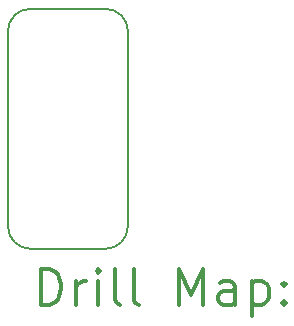
<source format=gbr>
%FSLAX45Y45*%
G04 Gerber Fmt 4.5, Leading zero omitted, Abs format (unit mm)*
G04 Created by KiCad (PCBNEW (5.1.10)-1) date 2021-12-10 13:32:54*
%MOMM*%
%LPD*%
G01*
G04 APERTURE LIST*
%TA.AperFunction,Profile*%
%ADD10C,0.150000*%
%TD*%
%ADD11C,0.200000*%
%ADD12C,0.300000*%
G04 APERTURE END LIST*
D10*
X9969500Y-12128500D02*
X9969500Y-13779500D01*
X10795000Y-11938000D02*
X10160000Y-11938000D01*
X10985500Y-13779500D02*
X10985500Y-12128500D01*
X10160000Y-13970000D02*
X10795000Y-13970000D01*
X9969500Y-12128500D02*
G75*
G02*
X10160000Y-11938000I190500J0D01*
G01*
X10160000Y-13970000D02*
G75*
G02*
X9969500Y-13779500I0J190500D01*
G01*
X10795000Y-11938000D02*
G75*
G02*
X10985500Y-12128500I0J-190500D01*
G01*
X10985500Y-13779500D02*
G75*
G02*
X10795000Y-13970000I-190500J0D01*
G01*
D11*
D12*
X10248428Y-14443214D02*
X10248428Y-14143214D01*
X10319857Y-14143214D01*
X10362714Y-14157500D01*
X10391286Y-14186071D01*
X10405571Y-14214643D01*
X10419857Y-14271786D01*
X10419857Y-14314643D01*
X10405571Y-14371786D01*
X10391286Y-14400357D01*
X10362714Y-14428929D01*
X10319857Y-14443214D01*
X10248428Y-14443214D01*
X10548428Y-14443214D02*
X10548428Y-14243214D01*
X10548428Y-14300357D02*
X10562714Y-14271786D01*
X10577000Y-14257500D01*
X10605571Y-14243214D01*
X10634143Y-14243214D01*
X10734143Y-14443214D02*
X10734143Y-14243214D01*
X10734143Y-14143214D02*
X10719857Y-14157500D01*
X10734143Y-14171786D01*
X10748428Y-14157500D01*
X10734143Y-14143214D01*
X10734143Y-14171786D01*
X10919857Y-14443214D02*
X10891286Y-14428929D01*
X10877000Y-14400357D01*
X10877000Y-14143214D01*
X11077000Y-14443214D02*
X11048428Y-14428929D01*
X11034143Y-14400357D01*
X11034143Y-14143214D01*
X11419857Y-14443214D02*
X11419857Y-14143214D01*
X11519857Y-14357500D01*
X11619857Y-14143214D01*
X11619857Y-14443214D01*
X11891286Y-14443214D02*
X11891286Y-14286071D01*
X11877000Y-14257500D01*
X11848428Y-14243214D01*
X11791286Y-14243214D01*
X11762714Y-14257500D01*
X11891286Y-14428929D02*
X11862714Y-14443214D01*
X11791286Y-14443214D01*
X11762714Y-14428929D01*
X11748428Y-14400357D01*
X11748428Y-14371786D01*
X11762714Y-14343214D01*
X11791286Y-14328929D01*
X11862714Y-14328929D01*
X11891286Y-14314643D01*
X12034143Y-14243214D02*
X12034143Y-14543214D01*
X12034143Y-14257500D02*
X12062714Y-14243214D01*
X12119857Y-14243214D01*
X12148428Y-14257500D01*
X12162714Y-14271786D01*
X12177000Y-14300357D01*
X12177000Y-14386071D01*
X12162714Y-14414643D01*
X12148428Y-14428929D01*
X12119857Y-14443214D01*
X12062714Y-14443214D01*
X12034143Y-14428929D01*
X12305571Y-14414643D02*
X12319857Y-14428929D01*
X12305571Y-14443214D01*
X12291286Y-14428929D01*
X12305571Y-14414643D01*
X12305571Y-14443214D01*
X12305571Y-14257500D02*
X12319857Y-14271786D01*
X12305571Y-14286071D01*
X12291286Y-14271786D01*
X12305571Y-14257500D01*
X12305571Y-14286071D01*
M02*

</source>
